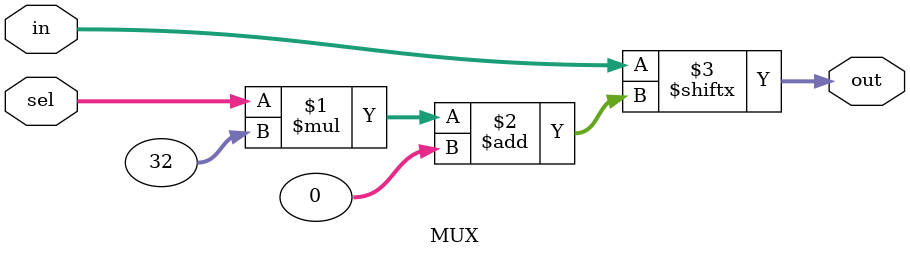
<source format=v>
module MUX #(
    parameter N   = 32,
    parameter SEL = 2
)(
    input  wire [(2**SEL)*N-1 : 0] in,
    input  wire [SEL-1:0]          sel,
    output wire [N-1:0]            out
);
    assign out = in[sel*N +: N];
endmodule


</source>
